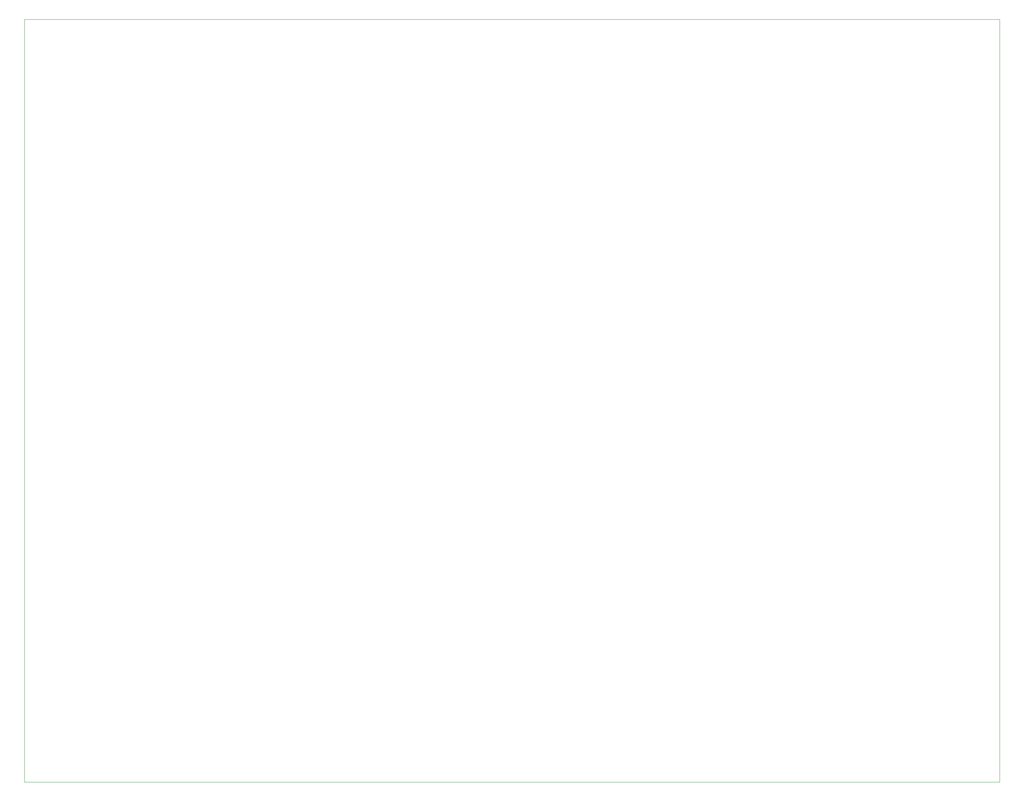
<source format=gbr>
G04 #@! TF.GenerationSoftware,KiCad,Pcbnew,(5.1.2-1)-1*
G04 #@! TF.CreationDate,2020-06-20T02:43:35-05:00*
G04 #@! TF.ProjectId,ShiftDriverMotherboard64,53686966-7444-4726-9976-65724d6f7468,rev?*
G04 #@! TF.SameCoordinates,Original*
G04 #@! TF.FileFunction,Profile,NP*
%FSLAX46Y46*%
G04 Gerber Fmt 4.6, Leading zero omitted, Abs format (unit mm)*
G04 Created by KiCad (PCBNEW (5.1.2-1)-1) date 2020-06-20 02:43:35*
%MOMM*%
%LPD*%
G04 APERTURE LIST*
%ADD10C,0.050000*%
G04 APERTURE END LIST*
D10*
X10000000Y-190000000D02*
X10000000Y-10000000D01*
X240000000Y-190000000D02*
X10000000Y-190000000D01*
X240000000Y-10000000D02*
X240000000Y-190000000D01*
X10000000Y-10000000D02*
X240000000Y-10000000D01*
M02*

</source>
